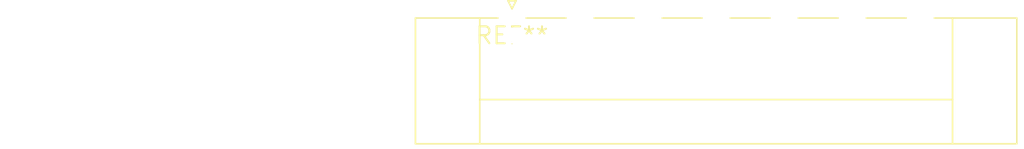
<source format=kicad_pcb>
(kicad_pcb (version 20240108) (generator pcbnew)
  (layers (0 "F.Cu" signal) (31 "B.Cu" signal) (34 "B.Paste" user) (35 "F.Paste" user) (36 "B.SilkS" user "B.Silkscreen") (37 "F.SilkS" user "F.Silkscreen") (38 "B.Mask" user) (39 "F.Mask" user) (44 "Edge.Cuts" user))
  (net 0 "")
  (footprint "PhoenixContact_MC_1,5_7-GF-5.08_1x07_P5.08mm_Horizontal_ThreadedFlange" (layer "F.Cu") (at 0 0)
    (property "Reference" "REF**")
    (property "Value" "PhoenixContact_MC_1,5_7-GF-5.08_1x07_P5.08mm_Horizontal_ThreadedFlange")
    (fp_line (start -7.21 -1.31) (end -7.21 8.11) (layer "F.SilkS") (stroke (width 0.12)))
    (fp_line (start -7.21 -1.31) (end -1.05 -1.31) (layer "F.SilkS") (stroke (width 0.12)))
    (fp_line (start -7.21 8.11) (end 37.69 8.11) (layer "F.SilkS") (stroke (width 0.12)))
    (fp_line (start -2.41 -1.31) (end -2.41 8.11) (layer "F.SilkS") (stroke (width 0.12)))
    (fp_line (start -2.41 4.8) (end 32.89 4.8) (layer "F.SilkS") (stroke (width 0.12)))
    (fp_line (start -0.3 -2.6) (end 0.3 -2.6) (layer "F.SilkS") (stroke (width 0.12)))
    (fp_line (start 0 -2) (end -0.3 -2.6) (layer "F.SilkS") (stroke (width 0.12)))
    (fp_line (start 0.3 -2.6) (end 0 -2) (layer "F.SilkS") (stroke (width 0.12)))
    (fp_line (start 1.05 -1.31) (end 4.03 -1.31) (layer "F.SilkS") (stroke (width 0.12)))
    (fp_line (start 6.13 -1.31) (end 9.11 -1.31) (layer "F.SilkS") (stroke (width 0.12)))
    (fp_line (start 11.21 -1.31) (end 14.19 -1.31) (layer "F.SilkS") (stroke (width 0.12)))
    (fp_line (start 16.29 -1.31) (end 19.27 -1.31) (layer "F.SilkS") (stroke (width 0.12)))
    (fp_line (start 21.37 -1.31) (end 24.35 -1.31) (layer "F.SilkS") (stroke (width 0.12)))
    (fp_line (start 26.45 -1.31) (end 29.43 -1.31) (layer "F.SilkS") (stroke (width 0.12)))
    (fp_line (start 32.89 -1.31) (end 32.89 8.11) (layer "F.SilkS") (stroke (width 0.12)))
    (fp_line (start 37.69 -1.31) (end 31.53 -1.31) (layer "F.SilkS") (stroke (width 0.12)))
    (fp_line (start 37.69 8.11) (end 37.69 -1.31) (layer "F.SilkS") (stroke (width 0.12)))
    (pad "1" thru_hole roundrect (at 0 0) (size 1.8 3.6) (drill 1.2) (layers *.Cu *.Mask) (remove_unused_layers) (roundrect_rratio 0.138889))
    (pad "2" thru_hole oval (at 5.08 0) (size 1.8 3.6) (drill 1.2) (layers *.Cu *.Mask) (remove_unused_layers))
    (pad "3" thru_hole oval (at 10.16 0) (size 1.8 3.6) (drill 1.2) (layers *.Cu *.Mask) (remove_unused_layers))
    (pad "4" thru_hole oval (at 15.24 0) (size 1.8 3.6) (drill 1.2) (layers *.Cu *.Mask) (remove_unused_layers))
    (pad "5" thru_hole oval (at 20.32 0) (size 1.8 3.6) (drill 1.2) (layers *.Cu *.Mask) (remove_unused_layers))
    (pad "6" thru_hole oval (at 25.4 0) (size 1.8 3.6) (drill 1.2) (layers *.Cu *.Mask) (remove_unused_layers))
    (pad "7" thru_hole oval (at 30.48 0) (size 1.8 3.6) (drill 1.2) (layers *.Cu *.Mask) (remove_unused_layers))
  )
)
</source>
